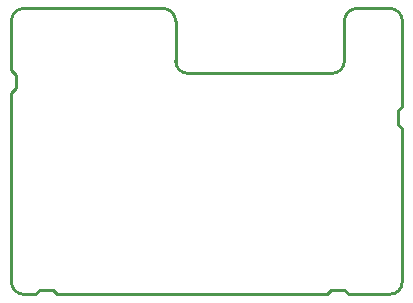
<source format=gbr>
G04 start of page 4 for group 6 idx 6 *
G04 Title: (unknown), outline *
G04 Creator: pcb 20140316 *
G04 CreationDate: Tue Dec  8 09:12:03 2015 UTC *
G04 For: clemi *
G04 Format: Gerber/RS-274X *
G04 PCB-Dimensions (mil): 1338.58 984.25 *
G04 PCB-Coordinate-Origin: lower left *
%MOIN*%
%FSLAX25Y25*%
%LNOUTLINE*%
%ADD39C,0.0100*%
G54D39*X112598Y92717D02*Y78937D01*
X127756Y96850D02*X116732D01*
X130315Y62598D02*X131890Y64173D01*
Y92913D01*
Y56693D02*X130315Y58268D01*
Y62598D02*Y58268D01*
X131890Y56693D02*Y5906D01*
X106693Y1575D02*X108268Y3150D01*
X112598D01*
X114173Y1575D01*
X127953D02*X114173D01*
X56299Y92717D02*Y78937D01*
X5709Y96850D02*X52165D01*
X60236Y75197D02*X108661D01*
X1575Y76181D02*X3150Y74606D01*
Y70276D01*
X1575Y68701D01*
Y5709D01*
Y92717D02*Y76181D01*
X5709Y1575D02*X9449D01*
X11024Y3150D01*
X15354D01*
X16929Y1575D01*
X106496D02*X16929D01*
X56299Y92717D02*G75*G03X52165Y96850I-4134J0D01*G01*
X5709D02*G75*G03X1575Y92717I0J-4134D01*G01*
X56299Y79331D02*G75*G03X60433Y75197I4134J0D01*G01*
X116732Y96850D02*G75*G03X112598Y92717I0J-4134D01*G01*
X131890Y92717D02*G75*G03X127756Y96850I-4134J0D01*G01*
Y1575D02*G75*G03X131890Y5709I0J4134D01*G01*
X108465Y75197D02*G75*G03X112598Y79331I0J4134D01*G01*
X1575Y5709D02*G75*G03X5709Y1575I4134J0D01*G01*
M02*

</source>
